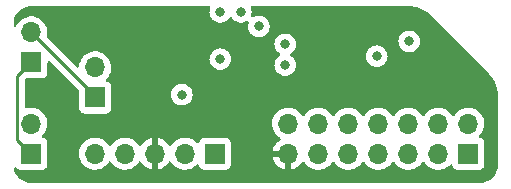
<source format=gbr>
%TF.GenerationSoftware,KiCad,Pcbnew,(6.0.7)*%
%TF.CreationDate,2023-01-15T17:04:05+01:00*%
%TF.ProjectId,I_CAN_has_carrot,495f4341-4e5f-4686-9173-5f636172726f,rev?*%
%TF.SameCoordinates,Original*%
%TF.FileFunction,Copper,L4,Bot*%
%TF.FilePolarity,Positive*%
%FSLAX46Y46*%
G04 Gerber Fmt 4.6, Leading zero omitted, Abs format (unit mm)*
G04 Created by KiCad (PCBNEW (6.0.7)) date 2023-01-15 17:04:05*
%MOMM*%
%LPD*%
G01*
G04 APERTURE LIST*
%TA.AperFunction,ComponentPad*%
%ADD10R,1.700000X1.700000*%
%TD*%
%TA.AperFunction,ComponentPad*%
%ADD11O,1.700000X1.700000*%
%TD*%
%TA.AperFunction,ViaPad*%
%ADD12C,0.800000*%
%TD*%
%TA.AperFunction,Conductor*%
%ADD13C,0.250000*%
%TD*%
G04 APERTURE END LIST*
D10*
%TO.P,J4,1,Pin_1*%
%TO.N,/CANTX*%
X117560000Y-63000000D03*
D11*
%TO.P,J4,2,Pin_2*%
%TO.N,/CANRX*%
X115020000Y-63000000D03*
%TO.P,J4,3,Pin_3*%
%TO.N,GND*%
X112480000Y-63000000D03*
%TO.P,J4,4,Pin_4*%
%TO.N,+5V*%
X109940000Y-63000000D03*
%TO.P,J4,5,Pin_5*%
X107400000Y-63000000D03*
%TD*%
D10*
%TO.P,J2,1,Pin_1*%
%TO.N,/CANTX*%
X139000000Y-63000000D03*
D11*
%TO.P,J2,2,Pin_2*%
%TO.N,/CANRX*%
X139000000Y-60460000D03*
%TO.P,J2,3,Pin_3*%
%TO.N,unconnected-(J2-Pad3)*%
X136460000Y-63000000D03*
%TO.P,J2,4,Pin_4*%
%TO.N,unconnected-(J2-Pad4)*%
X136460000Y-60460000D03*
%TO.P,J2,5,Pin_5*%
%TO.N,unconnected-(J2-Pad5)*%
X133920000Y-63000000D03*
%TO.P,J2,6,Pin_6*%
%TO.N,unconnected-(J2-Pad6)*%
X133920000Y-60460000D03*
%TO.P,J2,7,Pin_7*%
%TO.N,unconnected-(J2-Pad7)*%
X131380000Y-63000000D03*
%TO.P,J2,8,Pin_8*%
%TO.N,unconnected-(J2-Pad8)*%
X131380000Y-60460000D03*
%TO.P,J2,9,Pin_9*%
%TO.N,unconnected-(J2-Pad9)*%
X128840000Y-63000000D03*
%TO.P,J2,10,Pin_10*%
%TO.N,unconnected-(J2-Pad10)*%
X128840000Y-60460000D03*
%TO.P,J2,11,Pin_11*%
%TO.N,unconnected-(J2-Pad11)*%
X126300000Y-63000000D03*
%TO.P,J2,12,Pin_12*%
%TO.N,unconnected-(J2-Pad12)*%
X126300000Y-60460000D03*
%TO.P,J2,13,Pin_13*%
%TO.N,GND*%
X123760000Y-63000000D03*
%TO.P,J2,14,Pin_14*%
%TO.N,+5V*%
X123760000Y-60460000D03*
%TD*%
D10*
%TO.P,J1,1,Pin_1*%
%TO.N,/CANL*%
X107410000Y-58250000D03*
D11*
%TO.P,J1,2,Pin_2*%
%TO.N,Net-(J1-Pad2)*%
X107410000Y-55710000D03*
%TD*%
D10*
%TO.P,J3,1,Pin_1*%
%TO.N,/CANH*%
X102000000Y-63000000D03*
D11*
%TO.P,J3,2,Pin_2*%
%TO.N,/CANL*%
X102000000Y-60460000D03*
%TD*%
D10*
%TO.P,J5,1,Pin_1*%
%TO.N,/CANH*%
X102000000Y-55275000D03*
D11*
%TO.P,J5,2,Pin_2*%
%TO.N,/CANL*%
X102000000Y-52735000D03*
%TD*%
D12*
%TO.N,+5V*%
X118000000Y-55000000D03*
X114750000Y-58000000D03*
X134000000Y-53500000D03*
%TO.N,GND*%
X120750000Y-57000000D03*
X131500000Y-57000000D03*
X132750000Y-56250000D03*
X119500000Y-55000000D03*
X112250000Y-52500000D03*
%TO.N,+3.3V*%
X131250000Y-54750000D03*
X121275000Y-52225000D03*
X118000000Y-51000000D03*
X123500000Y-53750000D03*
X119750000Y-51000000D03*
X123500000Y-55500000D03*
%TD*%
D13*
%TO.N,/CANL*%
X107410000Y-58145000D02*
X107410000Y-58250000D01*
X102000000Y-52735000D02*
X107410000Y-58145000D01*
%TO.N,/CANH*%
X100825000Y-56450000D02*
X102000000Y-55275000D01*
X102000000Y-63000000D02*
X100825000Y-61825000D01*
X100825000Y-61825000D02*
X100825000Y-56450000D01*
%TD*%
%TA.AperFunction,Conductor*%
%TO.N,GND*%
G36*
X117099142Y-50528502D02*
G01*
X117145635Y-50582158D01*
X117155739Y-50652432D01*
X117150854Y-50673436D01*
X117106458Y-50810072D01*
X117105768Y-50816633D01*
X117105768Y-50816635D01*
X117098017Y-50890387D01*
X117086496Y-51000000D01*
X117106458Y-51189928D01*
X117165473Y-51371556D01*
X117168776Y-51377278D01*
X117168777Y-51377279D01*
X117198075Y-51428025D01*
X117260960Y-51536944D01*
X117265378Y-51541851D01*
X117265379Y-51541852D01*
X117317374Y-51599598D01*
X117388747Y-51678866D01*
X117439355Y-51715635D01*
X117526469Y-51778927D01*
X117543248Y-51791118D01*
X117549276Y-51793802D01*
X117549278Y-51793803D01*
X117711681Y-51866109D01*
X117717712Y-51868794D01*
X117811112Y-51888647D01*
X117898056Y-51907128D01*
X117898061Y-51907128D01*
X117904513Y-51908500D01*
X118095487Y-51908500D01*
X118101939Y-51907128D01*
X118101944Y-51907128D01*
X118188888Y-51888647D01*
X118282288Y-51868794D01*
X118288319Y-51866109D01*
X118450722Y-51793803D01*
X118450724Y-51793802D01*
X118456752Y-51791118D01*
X118473532Y-51778927D01*
X118560645Y-51715635D01*
X118611253Y-51678866D01*
X118682626Y-51599598D01*
X118734621Y-51541852D01*
X118734622Y-51541851D01*
X118739040Y-51536944D01*
X118765881Y-51490454D01*
X118817263Y-51441461D01*
X118886977Y-51428025D01*
X118952888Y-51454411D01*
X118984119Y-51490454D01*
X119010960Y-51536944D01*
X119015378Y-51541851D01*
X119015379Y-51541852D01*
X119067374Y-51599598D01*
X119138747Y-51678866D01*
X119189355Y-51715635D01*
X119276469Y-51778927D01*
X119293248Y-51791118D01*
X119299276Y-51793802D01*
X119299278Y-51793803D01*
X119461681Y-51866109D01*
X119467712Y-51868794D01*
X119561112Y-51888647D01*
X119648056Y-51907128D01*
X119648061Y-51907128D01*
X119654513Y-51908500D01*
X119845487Y-51908500D01*
X119851939Y-51907128D01*
X119851944Y-51907128D01*
X119938888Y-51888647D01*
X120032288Y-51868794D01*
X120038319Y-51866109D01*
X120200722Y-51793803D01*
X120200724Y-51793802D01*
X120206752Y-51791118D01*
X120225477Y-51777513D01*
X120292342Y-51753654D01*
X120361494Y-51769732D01*
X120410976Y-51820645D01*
X120425077Y-51890227D01*
X120419372Y-51918384D01*
X120405145Y-51962172D01*
X120381458Y-52035072D01*
X120380768Y-52041633D01*
X120380768Y-52041635D01*
X120375097Y-52095590D01*
X120361496Y-52225000D01*
X120362186Y-52231565D01*
X120366932Y-52276716D01*
X120381458Y-52414928D01*
X120440473Y-52596556D01*
X120535960Y-52761944D01*
X120540378Y-52766851D01*
X120540379Y-52766852D01*
X120643344Y-52881206D01*
X120663747Y-52903866D01*
X120818248Y-53016118D01*
X120824276Y-53018802D01*
X120824278Y-53018803D01*
X120986681Y-53091109D01*
X120992712Y-53093794D01*
X121086112Y-53113647D01*
X121173056Y-53132128D01*
X121173061Y-53132128D01*
X121179513Y-53133500D01*
X121370487Y-53133500D01*
X121376939Y-53132128D01*
X121376944Y-53132128D01*
X121463887Y-53113647D01*
X121557288Y-53093794D01*
X121563319Y-53091109D01*
X121725722Y-53018803D01*
X121725724Y-53018802D01*
X121731752Y-53016118D01*
X121886253Y-52903866D01*
X121906656Y-52881206D01*
X122009621Y-52766852D01*
X122009622Y-52766851D01*
X122014040Y-52761944D01*
X122109527Y-52596556D01*
X122168542Y-52414928D01*
X122183069Y-52276716D01*
X122187814Y-52231565D01*
X122188504Y-52225000D01*
X122174903Y-52095590D01*
X122169232Y-52041635D01*
X122169232Y-52041633D01*
X122168542Y-52035072D01*
X122109527Y-51853444D01*
X122090591Y-51820645D01*
X122071302Y-51787237D01*
X122014040Y-51688056D01*
X122001344Y-51673955D01*
X121890675Y-51551045D01*
X121890674Y-51551044D01*
X121886253Y-51546134D01*
X121731752Y-51433882D01*
X121725724Y-51431198D01*
X121725722Y-51431197D01*
X121563319Y-51358891D01*
X121563318Y-51358891D01*
X121557288Y-51356206D01*
X121456454Y-51334773D01*
X121376944Y-51317872D01*
X121376939Y-51317872D01*
X121370487Y-51316500D01*
X121179513Y-51316500D01*
X121173061Y-51317872D01*
X121173056Y-51317872D01*
X121093546Y-51334773D01*
X120992712Y-51356206D01*
X120986682Y-51358891D01*
X120986681Y-51358891D01*
X120824278Y-51431197D01*
X120824276Y-51431198D01*
X120818248Y-51433882D01*
X120799523Y-51447487D01*
X120732658Y-51471346D01*
X120663506Y-51455268D01*
X120614024Y-51404355D01*
X120599923Y-51334773D01*
X120605628Y-51306616D01*
X120641502Y-51196206D01*
X120643542Y-51189928D01*
X120663504Y-51000000D01*
X120651983Y-50890387D01*
X120644232Y-50816635D01*
X120644232Y-50816633D01*
X120643542Y-50810072D01*
X120599146Y-50673436D01*
X120597118Y-50602469D01*
X120633781Y-50541671D01*
X120697493Y-50510345D01*
X120718979Y-50508500D01*
X133950633Y-50508500D01*
X133970018Y-50510000D01*
X133984851Y-50512310D01*
X133984855Y-50512310D01*
X133993724Y-50513691D01*
X134011720Y-50511338D01*
X134035116Y-50510472D01*
X134271898Y-50523769D01*
X134285930Y-50525350D01*
X134416685Y-50547567D01*
X134547435Y-50569782D01*
X134561210Y-50572926D01*
X134639356Y-50595439D01*
X134816100Y-50646359D01*
X134829421Y-50651020D01*
X135074488Y-50752530D01*
X135087211Y-50758657D01*
X135168880Y-50803794D01*
X135319362Y-50886963D01*
X135331325Y-50894480D01*
X135547655Y-51047974D01*
X135558702Y-51056784D01*
X135730081Y-51209937D01*
X135747862Y-51229558D01*
X135748350Y-51230226D01*
X135748353Y-51230229D01*
X135753648Y-51237477D01*
X135760765Y-51242948D01*
X135760769Y-51242952D01*
X135778894Y-51256885D01*
X135791198Y-51267685D01*
X140726848Y-56203336D01*
X140739491Y-56218098D01*
X140753648Y-56237477D01*
X140760765Y-56242948D01*
X140760767Y-56242950D01*
X140768039Y-56248540D01*
X140785193Y-56264471D01*
X140943222Y-56441305D01*
X140952020Y-56452337D01*
X141105525Y-56668682D01*
X141113032Y-56680631D01*
X141237015Y-56904960D01*
X141241340Y-56912785D01*
X141247469Y-56925512D01*
X141348979Y-57170579D01*
X141353640Y-57183900D01*
X141361956Y-57212763D01*
X141427073Y-57438790D01*
X141430217Y-57452565D01*
X141469269Y-57682404D01*
X141474648Y-57714065D01*
X141476230Y-57728102D01*
X141481202Y-57816635D01*
X141489118Y-57957599D01*
X141487815Y-57984050D01*
X141486309Y-57993724D01*
X141487473Y-58002626D01*
X141487473Y-58002628D01*
X141490436Y-58025283D01*
X141491500Y-58041621D01*
X141491500Y-63950633D01*
X141490000Y-63970018D01*
X141487690Y-63984851D01*
X141487690Y-63984855D01*
X141486309Y-63993724D01*
X141488304Y-64008976D01*
X141489047Y-64034302D01*
X141479493Y-64167892D01*
X141476962Y-64203279D01*
X141474404Y-64221064D01*
X141433001Y-64411392D01*
X141427937Y-64428641D01*
X141359864Y-64611150D01*
X141352396Y-64627502D01*
X141259048Y-64798458D01*
X141249328Y-64813582D01*
X141132598Y-64969514D01*
X141120825Y-64983100D01*
X140983100Y-65120825D01*
X140969514Y-65132598D01*
X140813582Y-65249328D01*
X140798458Y-65259048D01*
X140627502Y-65352396D01*
X140611150Y-65359864D01*
X140428641Y-65427937D01*
X140411393Y-65433001D01*
X140221064Y-65474404D01*
X140203285Y-65476961D01*
X140041395Y-65488540D01*
X140023435Y-65487793D01*
X140015155Y-65487692D01*
X140006276Y-65486309D01*
X139974714Y-65490436D01*
X139958379Y-65491500D01*
X102049367Y-65491500D01*
X102029982Y-65490000D01*
X102015149Y-65487690D01*
X102015145Y-65487690D01*
X102006276Y-65486309D01*
X101991019Y-65488304D01*
X101965698Y-65489047D01*
X101796715Y-65476961D01*
X101778936Y-65474404D01*
X101588607Y-65433001D01*
X101571359Y-65427937D01*
X101388850Y-65359864D01*
X101372498Y-65352396D01*
X101201542Y-65259048D01*
X101186418Y-65249328D01*
X101030486Y-65132598D01*
X101016900Y-65120825D01*
X100879175Y-64983100D01*
X100867402Y-64969514D01*
X100750672Y-64813582D01*
X100740952Y-64798458D01*
X100647604Y-64627502D01*
X100640136Y-64611150D01*
X100572063Y-64428641D01*
X100566999Y-64411392D01*
X100539361Y-64284343D01*
X100544425Y-64213529D01*
X100586972Y-64156693D01*
X100653492Y-64131882D01*
X100722866Y-64146973D01*
X100763307Y-64181996D01*
X100786739Y-64213261D01*
X100903295Y-64300615D01*
X101039684Y-64351745D01*
X101101866Y-64358500D01*
X102898134Y-64358500D01*
X102960316Y-64351745D01*
X103096705Y-64300615D01*
X103213261Y-64213261D01*
X103300615Y-64096705D01*
X103351745Y-63960316D01*
X103358500Y-63898134D01*
X103358500Y-62966695D01*
X106037251Y-62966695D01*
X106050110Y-63189715D01*
X106051247Y-63194761D01*
X106051248Y-63194767D01*
X106065493Y-63257973D01*
X106099222Y-63407639D01*
X106183266Y-63614616D01*
X106220685Y-63675678D01*
X106297291Y-63800688D01*
X106299987Y-63805088D01*
X106446250Y-63973938D01*
X106618126Y-64116632D01*
X106811000Y-64229338D01*
X107019692Y-64309030D01*
X107024760Y-64310061D01*
X107024763Y-64310062D01*
X107119862Y-64329410D01*
X107238597Y-64353567D01*
X107243772Y-64353757D01*
X107243774Y-64353757D01*
X107456673Y-64361564D01*
X107456677Y-64361564D01*
X107461837Y-64361753D01*
X107466957Y-64361097D01*
X107466959Y-64361097D01*
X107678288Y-64334025D01*
X107678289Y-64334025D01*
X107683416Y-64333368D01*
X107688366Y-64331883D01*
X107892429Y-64270661D01*
X107892434Y-64270659D01*
X107897384Y-64269174D01*
X108097994Y-64170896D01*
X108279860Y-64041173D01*
X108438096Y-63883489D01*
X108497594Y-63800689D01*
X108568453Y-63702077D01*
X108569776Y-63703028D01*
X108616645Y-63659857D01*
X108686580Y-63647625D01*
X108752026Y-63675144D01*
X108779875Y-63706994D01*
X108839987Y-63805088D01*
X108986250Y-63973938D01*
X109158126Y-64116632D01*
X109351000Y-64229338D01*
X109559692Y-64309030D01*
X109564760Y-64310061D01*
X109564763Y-64310062D01*
X109659862Y-64329410D01*
X109778597Y-64353567D01*
X109783772Y-64353757D01*
X109783774Y-64353757D01*
X109996673Y-64361564D01*
X109996677Y-64361564D01*
X110001837Y-64361753D01*
X110006957Y-64361097D01*
X110006959Y-64361097D01*
X110218288Y-64334025D01*
X110218289Y-64334025D01*
X110223416Y-64333368D01*
X110228366Y-64331883D01*
X110432429Y-64270661D01*
X110432434Y-64270659D01*
X110437384Y-64269174D01*
X110637994Y-64170896D01*
X110819860Y-64041173D01*
X110978096Y-63883489D01*
X111037594Y-63800689D01*
X111108453Y-63702077D01*
X111109640Y-63702930D01*
X111156960Y-63659362D01*
X111226897Y-63647145D01*
X111292338Y-63674678D01*
X111320166Y-63706511D01*
X111377694Y-63800388D01*
X111383777Y-63808699D01*
X111523213Y-63969667D01*
X111530580Y-63976883D01*
X111694434Y-64112916D01*
X111702881Y-64118831D01*
X111886756Y-64226279D01*
X111896042Y-64230729D01*
X112095001Y-64306703D01*
X112104899Y-64309579D01*
X112208250Y-64330606D01*
X112222299Y-64329410D01*
X112226000Y-64319065D01*
X112226000Y-64318517D01*
X112734000Y-64318517D01*
X112738064Y-64332359D01*
X112751478Y-64334393D01*
X112758184Y-64333534D01*
X112768262Y-64331392D01*
X112972255Y-64270191D01*
X112981842Y-64266433D01*
X113173095Y-64172739D01*
X113181945Y-64167464D01*
X113355328Y-64043792D01*
X113363200Y-64037139D01*
X113514052Y-63886812D01*
X113520730Y-63878965D01*
X113648022Y-63701819D01*
X113649279Y-63702722D01*
X113696373Y-63659362D01*
X113766311Y-63647145D01*
X113831751Y-63674678D01*
X113859579Y-63706511D01*
X113919987Y-63805088D01*
X114066250Y-63973938D01*
X114238126Y-64116632D01*
X114431000Y-64229338D01*
X114639692Y-64309030D01*
X114644760Y-64310061D01*
X114644763Y-64310062D01*
X114739862Y-64329410D01*
X114858597Y-64353567D01*
X114863772Y-64353757D01*
X114863774Y-64353757D01*
X115076673Y-64361564D01*
X115076677Y-64361564D01*
X115081837Y-64361753D01*
X115086957Y-64361097D01*
X115086959Y-64361097D01*
X115298288Y-64334025D01*
X115298289Y-64334025D01*
X115303416Y-64333368D01*
X115308366Y-64331883D01*
X115512429Y-64270661D01*
X115512434Y-64270659D01*
X115517384Y-64269174D01*
X115717994Y-64170896D01*
X115899860Y-64041173D01*
X116008091Y-63933319D01*
X116070462Y-63899404D01*
X116141268Y-63904592D01*
X116198030Y-63947238D01*
X116215012Y-63978341D01*
X116235992Y-64034305D01*
X116259385Y-64096705D01*
X116346739Y-64213261D01*
X116463295Y-64300615D01*
X116599684Y-64351745D01*
X116661866Y-64358500D01*
X118458134Y-64358500D01*
X118520316Y-64351745D01*
X118656705Y-64300615D01*
X118773261Y-64213261D01*
X118860615Y-64096705D01*
X118911745Y-63960316D01*
X118918500Y-63898134D01*
X118918500Y-63267966D01*
X122428257Y-63267966D01*
X122458565Y-63402446D01*
X122461645Y-63412275D01*
X122541770Y-63609603D01*
X122546413Y-63618794D01*
X122657694Y-63800388D01*
X122663777Y-63808699D01*
X122803213Y-63969667D01*
X122810580Y-63976883D01*
X122974434Y-64112916D01*
X122982881Y-64118831D01*
X123166756Y-64226279D01*
X123176042Y-64230729D01*
X123375001Y-64306703D01*
X123384899Y-64309579D01*
X123488250Y-64330606D01*
X123502299Y-64329410D01*
X123506000Y-64319065D01*
X123506000Y-63272115D01*
X123501525Y-63256876D01*
X123500135Y-63255671D01*
X123492452Y-63254000D01*
X122443225Y-63254000D01*
X122429694Y-63257973D01*
X122428257Y-63267966D01*
X118918500Y-63267966D01*
X118918500Y-62101866D01*
X118911745Y-62039684D01*
X118860615Y-61903295D01*
X118773261Y-61786739D01*
X118656705Y-61699385D01*
X118520316Y-61648255D01*
X118458134Y-61641500D01*
X116661866Y-61641500D01*
X116599684Y-61648255D01*
X116463295Y-61699385D01*
X116346739Y-61786739D01*
X116259385Y-61903295D01*
X116256233Y-61911703D01*
X116214919Y-62021907D01*
X116172277Y-62078671D01*
X116105716Y-62103371D01*
X116036367Y-62088163D01*
X116003743Y-62062476D01*
X115953151Y-62006875D01*
X115953142Y-62006866D01*
X115949670Y-62003051D01*
X115945619Y-61999852D01*
X115945615Y-61999848D01*
X115778414Y-61867800D01*
X115778410Y-61867798D01*
X115774359Y-61864598D01*
X115738028Y-61844542D01*
X115669420Y-61806669D01*
X115578789Y-61756638D01*
X115573920Y-61754914D01*
X115573916Y-61754912D01*
X115373087Y-61683795D01*
X115373083Y-61683794D01*
X115368212Y-61682069D01*
X115363119Y-61681162D01*
X115363116Y-61681161D01*
X115153373Y-61643800D01*
X115153367Y-61643799D01*
X115148284Y-61642894D01*
X115074452Y-61641992D01*
X114930081Y-61640228D01*
X114930079Y-61640228D01*
X114924911Y-61640165D01*
X114704091Y-61673955D01*
X114491756Y-61743357D01*
X114442439Y-61769030D01*
X114305479Y-61840327D01*
X114293607Y-61846507D01*
X114289474Y-61849610D01*
X114289471Y-61849612D01*
X114119100Y-61977530D01*
X114114965Y-61980635D01*
X114089541Y-62007240D01*
X114021280Y-62078671D01*
X113960629Y-62142138D01*
X113957720Y-62146403D01*
X113957714Y-62146411D01*
X113945404Y-62164457D01*
X113853204Y-62299618D01*
X113852898Y-62300066D01*
X113797987Y-62345069D01*
X113727462Y-62353240D01*
X113663715Y-62321986D01*
X113643018Y-62297502D01*
X113562426Y-62172926D01*
X113556136Y-62164757D01*
X113412806Y-62007240D01*
X113405273Y-62000215D01*
X113238139Y-61868222D01*
X113229552Y-61862517D01*
X113043117Y-61759599D01*
X113033705Y-61755369D01*
X112832959Y-61684280D01*
X112822988Y-61681646D01*
X112751837Y-61668972D01*
X112738540Y-61670432D01*
X112734000Y-61684989D01*
X112734000Y-64318517D01*
X112226000Y-64318517D01*
X112226000Y-61683102D01*
X112222082Y-61669758D01*
X112207806Y-61667771D01*
X112169324Y-61673660D01*
X112159288Y-61676051D01*
X111956868Y-61742212D01*
X111947359Y-61746209D01*
X111758463Y-61844542D01*
X111749738Y-61850036D01*
X111579433Y-61977905D01*
X111571726Y-61984748D01*
X111424590Y-62138717D01*
X111418109Y-62146722D01*
X111313498Y-62300074D01*
X111258587Y-62345076D01*
X111188062Y-62353247D01*
X111124315Y-62321993D01*
X111103618Y-62297509D01*
X111022822Y-62172617D01*
X111022820Y-62172614D01*
X111020014Y-62168277D01*
X110869670Y-62003051D01*
X110865619Y-61999852D01*
X110865615Y-61999848D01*
X110698414Y-61867800D01*
X110698410Y-61867798D01*
X110694359Y-61864598D01*
X110658028Y-61844542D01*
X110589420Y-61806669D01*
X110498789Y-61756638D01*
X110493920Y-61754914D01*
X110493916Y-61754912D01*
X110293087Y-61683795D01*
X110293083Y-61683794D01*
X110288212Y-61682069D01*
X110283119Y-61681162D01*
X110283116Y-61681161D01*
X110073373Y-61643800D01*
X110073367Y-61643799D01*
X110068284Y-61642894D01*
X109994452Y-61641992D01*
X109850081Y-61640228D01*
X109850079Y-61640228D01*
X109844911Y-61640165D01*
X109624091Y-61673955D01*
X109411756Y-61743357D01*
X109362439Y-61769030D01*
X109225479Y-61840327D01*
X109213607Y-61846507D01*
X109209474Y-61849610D01*
X109209471Y-61849612D01*
X109039100Y-61977530D01*
X109034965Y-61980635D01*
X109009541Y-62007240D01*
X108941280Y-62078671D01*
X108880629Y-62142138D01*
X108773201Y-62299621D01*
X108718293Y-62344621D01*
X108647768Y-62352792D01*
X108584021Y-62321538D01*
X108563324Y-62297054D01*
X108482822Y-62172617D01*
X108482820Y-62172614D01*
X108480014Y-62168277D01*
X108329670Y-62003051D01*
X108325619Y-61999852D01*
X108325615Y-61999848D01*
X108158414Y-61867800D01*
X108158410Y-61867798D01*
X108154359Y-61864598D01*
X108118028Y-61844542D01*
X108049420Y-61806669D01*
X107958789Y-61756638D01*
X107953920Y-61754914D01*
X107953916Y-61754912D01*
X107753087Y-61683795D01*
X107753083Y-61683794D01*
X107748212Y-61682069D01*
X107743119Y-61681162D01*
X107743116Y-61681161D01*
X107533373Y-61643800D01*
X107533367Y-61643799D01*
X107528284Y-61642894D01*
X107454452Y-61641992D01*
X107310081Y-61640228D01*
X107310079Y-61640228D01*
X107304911Y-61640165D01*
X107084091Y-61673955D01*
X106871756Y-61743357D01*
X106822439Y-61769030D01*
X106685479Y-61840327D01*
X106673607Y-61846507D01*
X106669474Y-61849610D01*
X106669471Y-61849612D01*
X106499100Y-61977530D01*
X106494965Y-61980635D01*
X106469541Y-62007240D01*
X106401280Y-62078671D01*
X106340629Y-62142138D01*
X106337720Y-62146403D01*
X106337714Y-62146411D01*
X106325404Y-62164457D01*
X106214743Y-62326680D01*
X106120688Y-62529305D01*
X106060989Y-62744570D01*
X106037251Y-62966695D01*
X103358500Y-62966695D01*
X103358500Y-62101866D01*
X103351745Y-62039684D01*
X103300615Y-61903295D01*
X103213261Y-61786739D01*
X103096705Y-61699385D01*
X103058304Y-61684989D01*
X102978203Y-61654960D01*
X102921439Y-61612318D01*
X102896739Y-61545756D01*
X102911947Y-61476408D01*
X102933493Y-61447727D01*
X103034435Y-61347137D01*
X103038096Y-61343489D01*
X103097594Y-61260689D01*
X103165435Y-61166277D01*
X103168453Y-61162077D01*
X103189320Y-61119857D01*
X103265136Y-60966453D01*
X103265137Y-60966451D01*
X103267430Y-60961811D01*
X103332370Y-60748069D01*
X103361529Y-60526590D01*
X103363156Y-60460000D01*
X103360418Y-60426695D01*
X122397251Y-60426695D01*
X122397548Y-60431848D01*
X122397548Y-60431851D01*
X122403011Y-60526590D01*
X122410110Y-60649715D01*
X122411247Y-60654761D01*
X122411248Y-60654767D01*
X122431119Y-60742939D01*
X122459222Y-60867639D01*
X122543266Y-61074616D01*
X122594019Y-61157438D01*
X122657291Y-61260688D01*
X122659987Y-61265088D01*
X122806250Y-61433938D01*
X122978126Y-61576632D01*
X123039196Y-61612318D01*
X123051955Y-61619774D01*
X123100679Y-61671412D01*
X123113750Y-61741195D01*
X123087019Y-61806967D01*
X123046562Y-61840327D01*
X123038457Y-61844546D01*
X123029738Y-61850036D01*
X122859433Y-61977905D01*
X122851726Y-61984748D01*
X122704590Y-62138717D01*
X122698104Y-62146727D01*
X122578098Y-62322649D01*
X122573000Y-62331623D01*
X122483338Y-62524783D01*
X122479775Y-62534470D01*
X122424389Y-62734183D01*
X122425912Y-62742607D01*
X122438292Y-62746000D01*
X123888000Y-62746000D01*
X123956121Y-62766002D01*
X124002614Y-62819658D01*
X124014000Y-62872000D01*
X124014000Y-64318517D01*
X124018064Y-64332359D01*
X124031478Y-64334393D01*
X124038184Y-64333534D01*
X124048262Y-64331392D01*
X124252255Y-64270191D01*
X124261842Y-64266433D01*
X124453095Y-64172739D01*
X124461945Y-64167464D01*
X124635328Y-64043792D01*
X124643200Y-64037139D01*
X124794052Y-63886812D01*
X124800730Y-63878965D01*
X124928022Y-63701819D01*
X124929279Y-63702722D01*
X124976373Y-63659362D01*
X125046311Y-63647145D01*
X125111751Y-63674678D01*
X125139579Y-63706511D01*
X125199987Y-63805088D01*
X125346250Y-63973938D01*
X125518126Y-64116632D01*
X125711000Y-64229338D01*
X125919692Y-64309030D01*
X125924760Y-64310061D01*
X125924763Y-64310062D01*
X126019862Y-64329410D01*
X126138597Y-64353567D01*
X126143772Y-64353757D01*
X126143774Y-64353757D01*
X126356673Y-64361564D01*
X126356677Y-64361564D01*
X126361837Y-64361753D01*
X126366957Y-64361097D01*
X126366959Y-64361097D01*
X126578288Y-64334025D01*
X126578289Y-64334025D01*
X126583416Y-64333368D01*
X126588366Y-64331883D01*
X126792429Y-64270661D01*
X126792434Y-64270659D01*
X126797384Y-64269174D01*
X126997994Y-64170896D01*
X127179860Y-64041173D01*
X127338096Y-63883489D01*
X127397594Y-63800689D01*
X127468453Y-63702077D01*
X127469776Y-63703028D01*
X127516645Y-63659857D01*
X127586580Y-63647625D01*
X127652026Y-63675144D01*
X127679875Y-63706994D01*
X127739987Y-63805088D01*
X127886250Y-63973938D01*
X128058126Y-64116632D01*
X128251000Y-64229338D01*
X128459692Y-64309030D01*
X128464760Y-64310061D01*
X128464763Y-64310062D01*
X128559862Y-64329410D01*
X128678597Y-64353567D01*
X128683772Y-64353757D01*
X128683774Y-64353757D01*
X128896673Y-64361564D01*
X128896677Y-64361564D01*
X128901837Y-64361753D01*
X128906957Y-64361097D01*
X128906959Y-64361097D01*
X129118288Y-64334025D01*
X129118289Y-64334025D01*
X129123416Y-64333368D01*
X129128366Y-64331883D01*
X129332429Y-64270661D01*
X129332434Y-64270659D01*
X129337384Y-64269174D01*
X129537994Y-64170896D01*
X129719860Y-64041173D01*
X129878096Y-63883489D01*
X129937594Y-63800689D01*
X130008453Y-63702077D01*
X130009776Y-63703028D01*
X130056645Y-63659857D01*
X130126580Y-63647625D01*
X130192026Y-63675144D01*
X130219875Y-63706994D01*
X130279987Y-63805088D01*
X130426250Y-63973938D01*
X130598126Y-64116632D01*
X130791000Y-64229338D01*
X130999692Y-64309030D01*
X131004760Y-64310061D01*
X131004763Y-64310062D01*
X131099862Y-64329410D01*
X131218597Y-64353567D01*
X131223772Y-64353757D01*
X131223774Y-64353757D01*
X131436673Y-64361564D01*
X131436677Y-64361564D01*
X131441837Y-64361753D01*
X131446957Y-64361097D01*
X131446959Y-64361097D01*
X131658288Y-64334025D01*
X131658289Y-64334025D01*
X131663416Y-64333368D01*
X131668366Y-64331883D01*
X131872429Y-64270661D01*
X131872434Y-64270659D01*
X131877384Y-64269174D01*
X132077994Y-64170896D01*
X132259860Y-64041173D01*
X132418096Y-63883489D01*
X132477594Y-63800689D01*
X132548453Y-63702077D01*
X132549776Y-63703028D01*
X132596645Y-63659857D01*
X132666580Y-63647625D01*
X132732026Y-63675144D01*
X132759875Y-63706994D01*
X132819987Y-63805088D01*
X132966250Y-63973938D01*
X133138126Y-64116632D01*
X133331000Y-64229338D01*
X133539692Y-64309030D01*
X133544760Y-64310061D01*
X133544763Y-64310062D01*
X133639862Y-64329410D01*
X133758597Y-64353567D01*
X133763772Y-64353757D01*
X133763774Y-64353757D01*
X133976673Y-64361564D01*
X133976677Y-64361564D01*
X133981837Y-64361753D01*
X133986957Y-64361097D01*
X133986959Y-64361097D01*
X134198288Y-64334025D01*
X134198289Y-64334025D01*
X134203416Y-64333368D01*
X134208366Y-64331883D01*
X134412429Y-64270661D01*
X134412434Y-64270659D01*
X134417384Y-64269174D01*
X134617994Y-64170896D01*
X134799860Y-64041173D01*
X134958096Y-63883489D01*
X135017594Y-63800689D01*
X135088453Y-63702077D01*
X135089776Y-63703028D01*
X135136645Y-63659857D01*
X135206580Y-63647625D01*
X135272026Y-63675144D01*
X135299875Y-63706994D01*
X135359987Y-63805088D01*
X135506250Y-63973938D01*
X135678126Y-64116632D01*
X135871000Y-64229338D01*
X136079692Y-64309030D01*
X136084760Y-64310061D01*
X136084763Y-64310062D01*
X136179862Y-64329410D01*
X136298597Y-64353567D01*
X136303772Y-64353757D01*
X136303774Y-64353757D01*
X136516673Y-64361564D01*
X136516677Y-64361564D01*
X136521837Y-64361753D01*
X136526957Y-64361097D01*
X136526959Y-64361097D01*
X136738288Y-64334025D01*
X136738289Y-64334025D01*
X136743416Y-64333368D01*
X136748366Y-64331883D01*
X136952429Y-64270661D01*
X136952434Y-64270659D01*
X136957384Y-64269174D01*
X137157994Y-64170896D01*
X137339860Y-64041173D01*
X137448091Y-63933319D01*
X137510462Y-63899404D01*
X137581268Y-63904592D01*
X137638030Y-63947238D01*
X137655012Y-63978341D01*
X137675992Y-64034305D01*
X137699385Y-64096705D01*
X137786739Y-64213261D01*
X137903295Y-64300615D01*
X138039684Y-64351745D01*
X138101866Y-64358500D01*
X139898134Y-64358500D01*
X139960316Y-64351745D01*
X140096705Y-64300615D01*
X140213261Y-64213261D01*
X140300615Y-64096705D01*
X140351745Y-63960316D01*
X140358500Y-63898134D01*
X140358500Y-62101866D01*
X140351745Y-62039684D01*
X140300615Y-61903295D01*
X140213261Y-61786739D01*
X140096705Y-61699385D01*
X140058304Y-61684989D01*
X139978203Y-61654960D01*
X139921439Y-61612318D01*
X139896739Y-61545756D01*
X139911947Y-61476408D01*
X139933493Y-61447727D01*
X140034435Y-61347137D01*
X140038096Y-61343489D01*
X140097594Y-61260689D01*
X140165435Y-61166277D01*
X140168453Y-61162077D01*
X140189320Y-61119857D01*
X140265136Y-60966453D01*
X140265137Y-60966451D01*
X140267430Y-60961811D01*
X140332370Y-60748069D01*
X140361529Y-60526590D01*
X140363156Y-60460000D01*
X140344852Y-60237361D01*
X140290431Y-60020702D01*
X140201354Y-59815840D01*
X140080014Y-59628277D01*
X139929670Y-59463051D01*
X139925619Y-59459852D01*
X139925615Y-59459848D01*
X139758414Y-59327800D01*
X139758410Y-59327798D01*
X139754359Y-59324598D01*
X139558789Y-59216638D01*
X139553920Y-59214914D01*
X139553916Y-59214912D01*
X139353087Y-59143795D01*
X139353083Y-59143794D01*
X139348212Y-59142069D01*
X139343119Y-59141162D01*
X139343116Y-59141161D01*
X139133373Y-59103800D01*
X139133367Y-59103799D01*
X139128284Y-59102894D01*
X139054452Y-59101992D01*
X138910081Y-59100228D01*
X138910079Y-59100228D01*
X138904911Y-59100165D01*
X138684091Y-59133955D01*
X138471756Y-59203357D01*
X138273607Y-59306507D01*
X138269474Y-59309610D01*
X138269471Y-59309612D01*
X138220068Y-59346705D01*
X138094965Y-59440635D01*
X138076605Y-59459848D01*
X137989866Y-59550615D01*
X137940629Y-59602138D01*
X137833201Y-59759621D01*
X137778293Y-59804621D01*
X137707768Y-59812792D01*
X137644021Y-59781538D01*
X137623324Y-59757054D01*
X137542822Y-59632617D01*
X137542820Y-59632614D01*
X137540014Y-59628277D01*
X137389670Y-59463051D01*
X137385619Y-59459852D01*
X137385615Y-59459848D01*
X137218414Y-59327800D01*
X137218410Y-59327798D01*
X137214359Y-59324598D01*
X137018789Y-59216638D01*
X137013920Y-59214914D01*
X137013916Y-59214912D01*
X136813087Y-59143795D01*
X136813083Y-59143794D01*
X136808212Y-59142069D01*
X136803119Y-59141162D01*
X136803116Y-59141161D01*
X136593373Y-59103800D01*
X136593367Y-59103799D01*
X136588284Y-59102894D01*
X136514452Y-59101992D01*
X136370081Y-59100228D01*
X136370079Y-59100228D01*
X136364911Y-59100165D01*
X136144091Y-59133955D01*
X135931756Y-59203357D01*
X135733607Y-59306507D01*
X135729474Y-59309610D01*
X135729471Y-59309612D01*
X135680068Y-59346705D01*
X135554965Y-59440635D01*
X135536605Y-59459848D01*
X135449866Y-59550615D01*
X135400629Y-59602138D01*
X135293201Y-59759621D01*
X135238293Y-59804621D01*
X135167768Y-59812792D01*
X135104021Y-59781538D01*
X135083324Y-59757054D01*
X135002822Y-59632617D01*
X135002820Y-59632614D01*
X135000014Y-59628277D01*
X134849670Y-59463051D01*
X134845619Y-59459852D01*
X134845615Y-59459848D01*
X134678414Y-59327800D01*
X134678410Y-59327798D01*
X134674359Y-59324598D01*
X134478789Y-59216638D01*
X134473920Y-59214914D01*
X134473916Y-59214912D01*
X134273087Y-59143795D01*
X134273083Y-59143794D01*
X134268212Y-59142069D01*
X134263119Y-59141162D01*
X134263116Y-59141161D01*
X134053373Y-59103800D01*
X134053367Y-59103799D01*
X134048284Y-59102894D01*
X133974452Y-59101992D01*
X133830081Y-59100228D01*
X133830079Y-59100228D01*
X133824911Y-59100165D01*
X133604091Y-59133955D01*
X133391756Y-59203357D01*
X133193607Y-59306507D01*
X133189474Y-59309610D01*
X133189471Y-59309612D01*
X133140068Y-59346705D01*
X133014965Y-59440635D01*
X132996605Y-59459848D01*
X132909866Y-59550615D01*
X132860629Y-59602138D01*
X132753201Y-59759621D01*
X132698293Y-59804621D01*
X132627768Y-59812792D01*
X132564021Y-59781538D01*
X132543324Y-59757054D01*
X132462822Y-59632617D01*
X132462820Y-59632614D01*
X132460014Y-59628277D01*
X132309670Y-59463051D01*
X132305619Y-59459852D01*
X132305615Y-59459848D01*
X132138414Y-59327800D01*
X132138410Y-59327798D01*
X132134359Y-59324598D01*
X131938789Y-59216638D01*
X131933920Y-59214914D01*
X131933916Y-59214912D01*
X131733087Y-59143795D01*
X131733083Y-59143794D01*
X131728212Y-59142069D01*
X131723119Y-59141162D01*
X131723116Y-59141161D01*
X131513373Y-59103800D01*
X131513367Y-59103799D01*
X131508284Y-59102894D01*
X131434452Y-59101992D01*
X131290081Y-59100228D01*
X131290079Y-59100228D01*
X131284911Y-59100165D01*
X131064091Y-59133955D01*
X130851756Y-59203357D01*
X130653607Y-59306507D01*
X130649474Y-59309610D01*
X130649471Y-59309612D01*
X130600068Y-59346705D01*
X130474965Y-59440635D01*
X130456605Y-59459848D01*
X130369866Y-59550615D01*
X130320629Y-59602138D01*
X130213201Y-59759621D01*
X130158293Y-59804621D01*
X130087768Y-59812792D01*
X130024021Y-59781538D01*
X130003324Y-59757054D01*
X129922822Y-59632617D01*
X129922820Y-59632614D01*
X129920014Y-59628277D01*
X129769670Y-59463051D01*
X129765619Y-59459852D01*
X129765615Y-59459848D01*
X129598414Y-59327800D01*
X129598410Y-59327798D01*
X129594359Y-59324598D01*
X129398789Y-59216638D01*
X129393920Y-59214914D01*
X129393916Y-59214912D01*
X129193087Y-59143795D01*
X129193083Y-59143794D01*
X129188212Y-59142069D01*
X129183119Y-59141162D01*
X129183116Y-59141161D01*
X128973373Y-59103800D01*
X128973367Y-59103799D01*
X128968284Y-59102894D01*
X128894452Y-59101992D01*
X128750081Y-59100228D01*
X128750079Y-59100228D01*
X128744911Y-59100165D01*
X128524091Y-59133955D01*
X128311756Y-59203357D01*
X128113607Y-59306507D01*
X128109474Y-59309610D01*
X128109471Y-59309612D01*
X128060068Y-59346705D01*
X127934965Y-59440635D01*
X127916605Y-59459848D01*
X127829866Y-59550615D01*
X127780629Y-59602138D01*
X127673201Y-59759621D01*
X127618293Y-59804621D01*
X127547768Y-59812792D01*
X127484021Y-59781538D01*
X127463324Y-59757054D01*
X127382822Y-59632617D01*
X127382820Y-59632614D01*
X127380014Y-59628277D01*
X127229670Y-59463051D01*
X127225619Y-59459852D01*
X127225615Y-59459848D01*
X127058414Y-59327800D01*
X127058410Y-59327798D01*
X127054359Y-59324598D01*
X126858789Y-59216638D01*
X126853920Y-59214914D01*
X126853916Y-59214912D01*
X126653087Y-59143795D01*
X126653083Y-59143794D01*
X126648212Y-59142069D01*
X126643119Y-59141162D01*
X126643116Y-59141161D01*
X126433373Y-59103800D01*
X126433367Y-59103799D01*
X126428284Y-59102894D01*
X126354452Y-59101992D01*
X126210081Y-59100228D01*
X126210079Y-59100228D01*
X126204911Y-59100165D01*
X125984091Y-59133955D01*
X125771756Y-59203357D01*
X125573607Y-59306507D01*
X125569474Y-59309610D01*
X125569471Y-59309612D01*
X125520068Y-59346705D01*
X125394965Y-59440635D01*
X125376605Y-59459848D01*
X125289866Y-59550615D01*
X125240629Y-59602138D01*
X125133201Y-59759621D01*
X125078293Y-59804621D01*
X125007768Y-59812792D01*
X124944021Y-59781538D01*
X124923324Y-59757054D01*
X124842822Y-59632617D01*
X124842820Y-59632614D01*
X124840014Y-59628277D01*
X124689670Y-59463051D01*
X124685619Y-59459852D01*
X124685615Y-59459848D01*
X124518414Y-59327800D01*
X124518410Y-59327798D01*
X124514359Y-59324598D01*
X124318789Y-59216638D01*
X124313920Y-59214914D01*
X124313916Y-59214912D01*
X124113087Y-59143795D01*
X124113083Y-59143794D01*
X124108212Y-59142069D01*
X124103119Y-59141162D01*
X124103116Y-59141161D01*
X123893373Y-59103800D01*
X123893367Y-59103799D01*
X123888284Y-59102894D01*
X123814452Y-59101992D01*
X123670081Y-59100228D01*
X123670079Y-59100228D01*
X123664911Y-59100165D01*
X123444091Y-59133955D01*
X123231756Y-59203357D01*
X123033607Y-59306507D01*
X123029474Y-59309610D01*
X123029471Y-59309612D01*
X122980068Y-59346705D01*
X122854965Y-59440635D01*
X122836605Y-59459848D01*
X122749866Y-59550615D01*
X122700629Y-59602138D01*
X122574743Y-59786680D01*
X122480688Y-59989305D01*
X122420989Y-60204570D01*
X122397251Y-60426695D01*
X103360418Y-60426695D01*
X103344852Y-60237361D01*
X103290431Y-60020702D01*
X103201354Y-59815840D01*
X103080014Y-59628277D01*
X102929670Y-59463051D01*
X102925619Y-59459852D01*
X102925615Y-59459848D01*
X102758414Y-59327800D01*
X102758410Y-59327798D01*
X102754359Y-59324598D01*
X102558789Y-59216638D01*
X102553920Y-59214914D01*
X102553916Y-59214912D01*
X102353087Y-59143795D01*
X102353083Y-59143794D01*
X102348212Y-59142069D01*
X102343119Y-59141162D01*
X102343116Y-59141161D01*
X102133373Y-59103800D01*
X102133367Y-59103799D01*
X102128284Y-59102894D01*
X102054452Y-59101992D01*
X101910081Y-59100228D01*
X101910079Y-59100228D01*
X101904911Y-59100165D01*
X101684091Y-59133955D01*
X101623644Y-59153712D01*
X101552682Y-59155863D01*
X101491820Y-59119307D01*
X101460383Y-59055650D01*
X101458500Y-59033947D01*
X101458500Y-56764594D01*
X101478502Y-56696473D01*
X101495405Y-56675499D01*
X101500499Y-56670405D01*
X101562811Y-56636379D01*
X101589594Y-56633500D01*
X102898134Y-56633500D01*
X102960316Y-56626745D01*
X103096705Y-56575615D01*
X103213261Y-56488261D01*
X103300615Y-56371705D01*
X103351745Y-56235316D01*
X103358500Y-56173134D01*
X103358500Y-55293594D01*
X103378502Y-55225473D01*
X103432158Y-55178980D01*
X103502432Y-55168876D01*
X103567012Y-55198370D01*
X103573595Y-55204499D01*
X106014595Y-57645499D01*
X106048621Y-57707811D01*
X106051500Y-57734594D01*
X106051500Y-59148134D01*
X106058255Y-59210316D01*
X106109385Y-59346705D01*
X106196739Y-59463261D01*
X106313295Y-59550615D01*
X106449684Y-59601745D01*
X106511866Y-59608500D01*
X108308134Y-59608500D01*
X108370316Y-59601745D01*
X108506705Y-59550615D01*
X108623261Y-59463261D01*
X108710615Y-59346705D01*
X108761745Y-59210316D01*
X108768500Y-59148134D01*
X108768500Y-58000000D01*
X113836496Y-58000000D01*
X113856458Y-58189928D01*
X113915473Y-58371556D01*
X114010960Y-58536944D01*
X114138747Y-58678866D01*
X114293248Y-58791118D01*
X114299276Y-58793802D01*
X114299278Y-58793803D01*
X114461681Y-58866109D01*
X114467712Y-58868794D01*
X114561113Y-58888647D01*
X114648056Y-58907128D01*
X114648061Y-58907128D01*
X114654513Y-58908500D01*
X114845487Y-58908500D01*
X114851939Y-58907128D01*
X114851944Y-58907128D01*
X114938887Y-58888647D01*
X115032288Y-58868794D01*
X115038319Y-58866109D01*
X115200722Y-58793803D01*
X115200724Y-58793802D01*
X115206752Y-58791118D01*
X115361253Y-58678866D01*
X115489040Y-58536944D01*
X115584527Y-58371556D01*
X115643542Y-58189928D01*
X115663504Y-58000000D01*
X115643542Y-57810072D01*
X115584527Y-57628444D01*
X115489040Y-57463056D01*
X115361253Y-57321134D01*
X115206752Y-57208882D01*
X115200724Y-57206198D01*
X115200722Y-57206197D01*
X115038319Y-57133891D01*
X115038318Y-57133891D01*
X115032288Y-57131206D01*
X114938888Y-57111353D01*
X114851944Y-57092872D01*
X114851939Y-57092872D01*
X114845487Y-57091500D01*
X114654513Y-57091500D01*
X114648061Y-57092872D01*
X114648056Y-57092872D01*
X114561112Y-57111353D01*
X114467712Y-57131206D01*
X114461682Y-57133891D01*
X114461681Y-57133891D01*
X114299278Y-57206197D01*
X114299276Y-57206198D01*
X114293248Y-57208882D01*
X114138747Y-57321134D01*
X114010960Y-57463056D01*
X113915473Y-57628444D01*
X113856458Y-57810072D01*
X113836496Y-58000000D01*
X108768500Y-58000000D01*
X108768500Y-57351866D01*
X108761745Y-57289684D01*
X108710615Y-57153295D01*
X108623261Y-57036739D01*
X108506705Y-56949385D01*
X108443035Y-56925516D01*
X108388203Y-56904960D01*
X108331439Y-56862318D01*
X108306739Y-56795756D01*
X108321947Y-56726408D01*
X108343493Y-56697727D01*
X108365799Y-56675499D01*
X108448096Y-56593489D01*
X108578453Y-56412077D01*
X108594855Y-56378891D01*
X108675136Y-56216453D01*
X108675137Y-56216451D01*
X108677430Y-56211811D01*
X108709900Y-56104940D01*
X108740865Y-56003023D01*
X108740865Y-56003021D01*
X108742370Y-55998069D01*
X108771529Y-55776590D01*
X108773156Y-55710000D01*
X108754852Y-55487361D01*
X108700431Y-55270702D01*
X108611354Y-55065840D01*
X108568760Y-55000000D01*
X117086496Y-55000000D01*
X117106458Y-55189928D01*
X117165473Y-55371556D01*
X117260960Y-55536944D01*
X117388747Y-55678866D01*
X117543248Y-55791118D01*
X117549276Y-55793802D01*
X117549278Y-55793803D01*
X117709799Y-55865271D01*
X117717712Y-55868794D01*
X117811112Y-55888647D01*
X117898056Y-55907128D01*
X117898061Y-55907128D01*
X117904513Y-55908500D01*
X118095487Y-55908500D01*
X118101939Y-55907128D01*
X118101944Y-55907128D01*
X118188888Y-55888647D01*
X118282288Y-55868794D01*
X118290201Y-55865271D01*
X118450722Y-55793803D01*
X118450724Y-55793802D01*
X118456752Y-55791118D01*
X118611253Y-55678866D01*
X118739040Y-55536944D01*
X118760370Y-55500000D01*
X122586496Y-55500000D01*
X122587186Y-55506565D01*
X122603011Y-55657128D01*
X122606458Y-55689928D01*
X122665473Y-55871556D01*
X122668776Y-55877278D01*
X122668777Y-55877279D01*
X122686803Y-55908500D01*
X122760960Y-56036944D01*
X122888747Y-56178866D01*
X123043248Y-56291118D01*
X123049276Y-56293802D01*
X123049278Y-56293803D01*
X123205365Y-56363297D01*
X123217712Y-56368794D01*
X123311112Y-56388647D01*
X123398056Y-56407128D01*
X123398061Y-56407128D01*
X123404513Y-56408500D01*
X123595487Y-56408500D01*
X123601939Y-56407128D01*
X123601944Y-56407128D01*
X123688888Y-56388647D01*
X123782288Y-56368794D01*
X123794635Y-56363297D01*
X123950722Y-56293803D01*
X123950724Y-56293802D01*
X123956752Y-56291118D01*
X124111253Y-56178866D01*
X124239040Y-56036944D01*
X124313197Y-55908500D01*
X124331223Y-55877279D01*
X124331224Y-55877278D01*
X124334527Y-55871556D01*
X124393542Y-55689928D01*
X124396990Y-55657128D01*
X124412814Y-55506565D01*
X124413504Y-55500000D01*
X124406028Y-55428866D01*
X124394232Y-55316635D01*
X124394232Y-55316633D01*
X124393542Y-55310072D01*
X124334527Y-55128444D01*
X124239040Y-54963056D01*
X124218216Y-54939928D01*
X124115675Y-54826045D01*
X124115674Y-54826044D01*
X124111253Y-54821134D01*
X124013346Y-54750000D01*
X130336496Y-54750000D01*
X130337186Y-54756565D01*
X130344489Y-54826045D01*
X130356458Y-54939928D01*
X130415473Y-55121556D01*
X130510960Y-55286944D01*
X130515378Y-55291851D01*
X130515379Y-55291852D01*
X130537694Y-55316635D01*
X130638747Y-55428866D01*
X130681196Y-55459707D01*
X130757877Y-55515419D01*
X130793248Y-55541118D01*
X130799276Y-55543802D01*
X130799278Y-55543803D01*
X130961681Y-55616109D01*
X130967712Y-55618794D01*
X131061112Y-55638647D01*
X131148056Y-55657128D01*
X131148061Y-55657128D01*
X131154513Y-55658500D01*
X131345487Y-55658500D01*
X131351939Y-55657128D01*
X131351944Y-55657128D01*
X131438887Y-55638647D01*
X131532288Y-55618794D01*
X131538319Y-55616109D01*
X131700722Y-55543803D01*
X131700724Y-55543802D01*
X131706752Y-55541118D01*
X131742124Y-55515419D01*
X131818804Y-55459707D01*
X131861253Y-55428866D01*
X131962306Y-55316635D01*
X131984621Y-55291852D01*
X131984622Y-55291851D01*
X131989040Y-55286944D01*
X132084527Y-55121556D01*
X132143542Y-54939928D01*
X132155512Y-54826045D01*
X132162814Y-54756565D01*
X132163504Y-54750000D01*
X132151389Y-54634729D01*
X132144232Y-54566635D01*
X132144232Y-54566633D01*
X132143542Y-54560072D01*
X132084527Y-54378444D01*
X132077406Y-54366109D01*
X132034109Y-54291118D01*
X131989040Y-54213056D01*
X131961752Y-54182749D01*
X131865675Y-54076045D01*
X131865674Y-54076044D01*
X131861253Y-54071134D01*
X131706752Y-53958882D01*
X131700724Y-53956198D01*
X131700722Y-53956197D01*
X131538319Y-53883891D01*
X131538318Y-53883891D01*
X131532288Y-53881206D01*
X131438887Y-53861353D01*
X131351944Y-53842872D01*
X131351939Y-53842872D01*
X131345487Y-53841500D01*
X131154513Y-53841500D01*
X131148061Y-53842872D01*
X131148056Y-53842872D01*
X131061113Y-53861353D01*
X130967712Y-53881206D01*
X130961682Y-53883891D01*
X130961681Y-53883891D01*
X130799278Y-53956197D01*
X130799276Y-53956198D01*
X130793248Y-53958882D01*
X130638747Y-54071134D01*
X130634326Y-54076044D01*
X130634325Y-54076045D01*
X130538249Y-54182749D01*
X130510960Y-54213056D01*
X130465891Y-54291118D01*
X130422595Y-54366109D01*
X130415473Y-54378444D01*
X130356458Y-54560072D01*
X130355768Y-54566633D01*
X130355768Y-54566635D01*
X130348611Y-54634729D01*
X130336496Y-54750000D01*
X124013346Y-54750000D01*
X123981601Y-54726936D01*
X123938247Y-54670714D01*
X123932172Y-54599977D01*
X123965304Y-54537186D01*
X123981601Y-54523064D01*
X124105909Y-54432749D01*
X124105911Y-54432747D01*
X124111253Y-54428866D01*
X124178843Y-54353800D01*
X124234621Y-54291852D01*
X124234622Y-54291851D01*
X124239040Y-54286944D01*
X124321673Y-54143820D01*
X124331223Y-54127279D01*
X124331224Y-54127278D01*
X124334527Y-54121556D01*
X124393542Y-53939928D01*
X124395295Y-53923255D01*
X124412814Y-53756565D01*
X124413504Y-53750000D01*
X124407190Y-53689928D01*
X124394232Y-53566635D01*
X124394232Y-53566633D01*
X124393542Y-53560072D01*
X124374023Y-53500000D01*
X133086496Y-53500000D01*
X133087186Y-53506565D01*
X133093500Y-53566635D01*
X133106458Y-53689928D01*
X133165473Y-53871556D01*
X133168776Y-53877278D01*
X133168777Y-53877279D01*
X133185702Y-53906593D01*
X133260960Y-54036944D01*
X133265378Y-54041851D01*
X133265379Y-54041852D01*
X133301068Y-54081489D01*
X133388747Y-54178866D01*
X133543248Y-54291118D01*
X133549276Y-54293802D01*
X133549278Y-54293803D01*
X133711681Y-54366109D01*
X133717712Y-54368794D01*
X133792680Y-54384729D01*
X133898056Y-54407128D01*
X133898061Y-54407128D01*
X133904513Y-54408500D01*
X134095487Y-54408500D01*
X134101939Y-54407128D01*
X134101944Y-54407128D01*
X134207320Y-54384729D01*
X134282288Y-54368794D01*
X134288319Y-54366109D01*
X134450722Y-54293803D01*
X134450724Y-54293802D01*
X134456752Y-54291118D01*
X134611253Y-54178866D01*
X134698932Y-54081489D01*
X134734621Y-54041852D01*
X134734622Y-54041851D01*
X134739040Y-54036944D01*
X134814298Y-53906593D01*
X134831223Y-53877279D01*
X134831224Y-53877278D01*
X134834527Y-53871556D01*
X134893542Y-53689928D01*
X134906501Y-53566635D01*
X134912814Y-53506565D01*
X134913504Y-53500000D01*
X134893542Y-53310072D01*
X134834527Y-53128444D01*
X134739040Y-52963056D01*
X134689242Y-52907749D01*
X134615675Y-52826045D01*
X134615674Y-52826044D01*
X134611253Y-52821134D01*
X134456752Y-52708882D01*
X134450724Y-52706198D01*
X134450722Y-52706197D01*
X134288319Y-52633891D01*
X134288318Y-52633891D01*
X134282288Y-52631206D01*
X134188887Y-52611353D01*
X134101944Y-52592872D01*
X134101939Y-52592872D01*
X134095487Y-52591500D01*
X133904513Y-52591500D01*
X133898061Y-52592872D01*
X133898056Y-52592872D01*
X133811112Y-52611353D01*
X133717712Y-52631206D01*
X133711682Y-52633891D01*
X133711681Y-52633891D01*
X133549278Y-52706197D01*
X133549276Y-52706198D01*
X133543248Y-52708882D01*
X133388747Y-52821134D01*
X133384326Y-52826044D01*
X133384325Y-52826045D01*
X133310759Y-52907749D01*
X133260960Y-52963056D01*
X133165473Y-53128444D01*
X133106458Y-53310072D01*
X133086496Y-53500000D01*
X124374023Y-53500000D01*
X124334527Y-53378444D01*
X124239040Y-53213056D01*
X124170456Y-53136885D01*
X124115675Y-53076045D01*
X124115674Y-53076044D01*
X124111253Y-53071134D01*
X123956752Y-52958882D01*
X123950724Y-52956198D01*
X123950722Y-52956197D01*
X123788319Y-52883891D01*
X123788318Y-52883891D01*
X123782288Y-52881206D01*
X123688887Y-52861353D01*
X123601944Y-52842872D01*
X123601939Y-52842872D01*
X123595487Y-52841500D01*
X123404513Y-52841500D01*
X123398061Y-52842872D01*
X123398056Y-52842872D01*
X123311113Y-52861353D01*
X123217712Y-52881206D01*
X123211682Y-52883891D01*
X123211681Y-52883891D01*
X123049278Y-52956197D01*
X123049276Y-52956198D01*
X123043248Y-52958882D01*
X122888747Y-53071134D01*
X122884326Y-53076044D01*
X122884325Y-53076045D01*
X122829545Y-53136885D01*
X122760960Y-53213056D01*
X122665473Y-53378444D01*
X122606458Y-53560072D01*
X122605768Y-53566633D01*
X122605768Y-53566635D01*
X122592810Y-53689928D01*
X122586496Y-53750000D01*
X122587186Y-53756565D01*
X122604706Y-53923255D01*
X122606458Y-53939928D01*
X122665473Y-54121556D01*
X122668776Y-54127278D01*
X122668777Y-54127279D01*
X122678327Y-54143820D01*
X122760960Y-54286944D01*
X122765378Y-54291851D01*
X122765379Y-54291852D01*
X122821157Y-54353800D01*
X122888747Y-54428866D01*
X122894089Y-54432747D01*
X122894091Y-54432749D01*
X123018399Y-54523064D01*
X123061753Y-54579286D01*
X123067828Y-54650023D01*
X123034696Y-54712814D01*
X123018400Y-54726936D01*
X122888747Y-54821134D01*
X122884326Y-54826044D01*
X122884325Y-54826045D01*
X122781785Y-54939928D01*
X122760960Y-54963056D01*
X122665473Y-55128444D01*
X122606458Y-55310072D01*
X122605768Y-55316633D01*
X122605768Y-55316635D01*
X122593972Y-55428866D01*
X122586496Y-55500000D01*
X118760370Y-55500000D01*
X118834527Y-55371556D01*
X118893542Y-55189928D01*
X118913504Y-55000000D01*
X118907190Y-54939928D01*
X118894232Y-54816635D01*
X118894232Y-54816633D01*
X118893542Y-54810072D01*
X118834527Y-54628444D01*
X118739040Y-54463056D01*
X118711752Y-54432749D01*
X118615675Y-54326045D01*
X118615674Y-54326044D01*
X118611253Y-54321134D01*
X118456752Y-54208882D01*
X118450724Y-54206198D01*
X118450722Y-54206197D01*
X118288319Y-54133891D01*
X118288318Y-54133891D01*
X118282288Y-54131206D01*
X118188888Y-54111353D01*
X118101944Y-54092872D01*
X118101939Y-54092872D01*
X118095487Y-54091500D01*
X117904513Y-54091500D01*
X117898061Y-54092872D01*
X117898056Y-54092872D01*
X117811113Y-54111353D01*
X117717712Y-54131206D01*
X117711682Y-54133891D01*
X117711681Y-54133891D01*
X117549278Y-54206197D01*
X117549276Y-54206198D01*
X117543248Y-54208882D01*
X117388747Y-54321134D01*
X117384326Y-54326044D01*
X117384325Y-54326045D01*
X117288249Y-54432749D01*
X117260960Y-54463056D01*
X117165473Y-54628444D01*
X117106458Y-54810072D01*
X117105768Y-54816633D01*
X117105768Y-54816635D01*
X117092810Y-54939928D01*
X117086496Y-55000000D01*
X108568760Y-55000000D01*
X108490014Y-54878277D01*
X108339670Y-54713051D01*
X108335619Y-54709852D01*
X108335615Y-54709848D01*
X108168414Y-54577800D01*
X108168410Y-54577798D01*
X108164359Y-54574598D01*
X108126673Y-54553794D01*
X108071005Y-54523064D01*
X107968789Y-54466638D01*
X107963920Y-54464914D01*
X107963916Y-54464912D01*
X107763087Y-54393795D01*
X107763083Y-54393794D01*
X107758212Y-54392069D01*
X107753119Y-54391162D01*
X107753116Y-54391161D01*
X107543373Y-54353800D01*
X107543367Y-54353799D01*
X107538284Y-54352894D01*
X107464452Y-54351992D01*
X107320081Y-54350228D01*
X107320079Y-54350228D01*
X107314911Y-54350165D01*
X107094091Y-54383955D01*
X106881756Y-54453357D01*
X106852140Y-54468774D01*
X106688819Y-54553794D01*
X106683607Y-54556507D01*
X106679474Y-54559610D01*
X106679471Y-54559612D01*
X106559055Y-54650023D01*
X106504965Y-54690635D01*
X106350629Y-54852138D01*
X106224743Y-55036680D01*
X106185345Y-55121556D01*
X106137109Y-55225473D01*
X106130688Y-55239305D01*
X106070989Y-55454570D01*
X106070440Y-55459707D01*
X106055017Y-55604024D01*
X106027889Y-55669634D01*
X105969597Y-55710162D01*
X105898647Y-55712741D01*
X105840635Y-55679730D01*
X103351218Y-53190313D01*
X103317192Y-53128001D01*
X103319755Y-53064589D01*
X103330865Y-53028022D01*
X103332370Y-53023069D01*
X103361529Y-52801590D01*
X103362498Y-52761944D01*
X103363074Y-52738365D01*
X103363074Y-52738361D01*
X103363156Y-52735000D01*
X103344852Y-52512361D01*
X103290431Y-52295702D01*
X103201354Y-52090840D01*
X103135482Y-51989017D01*
X103082822Y-51907617D01*
X103082820Y-51907614D01*
X103080014Y-51903277D01*
X102929670Y-51738051D01*
X102925619Y-51734852D01*
X102925615Y-51734848D01*
X102758414Y-51602800D01*
X102758410Y-51602798D01*
X102754359Y-51599598D01*
X102558789Y-51491638D01*
X102553920Y-51489914D01*
X102553916Y-51489912D01*
X102353087Y-51418795D01*
X102353083Y-51418794D01*
X102348212Y-51417069D01*
X102343119Y-51416162D01*
X102343116Y-51416161D01*
X102133373Y-51378800D01*
X102133367Y-51378799D01*
X102128284Y-51377894D01*
X102054452Y-51376992D01*
X101910081Y-51375228D01*
X101910079Y-51375228D01*
X101904911Y-51375165D01*
X101684091Y-51408955D01*
X101471756Y-51478357D01*
X101273607Y-51581507D01*
X101269474Y-51584610D01*
X101269471Y-51584612D01*
X101099100Y-51712530D01*
X101094965Y-51715635D01*
X101091393Y-51719373D01*
X100947292Y-51870166D01*
X100940629Y-51877138D01*
X100814743Y-52061680D01*
X100812567Y-52066369D01*
X100812563Y-52066375D01*
X100748788Y-52203768D01*
X100701964Y-52257135D01*
X100633720Y-52276716D01*
X100565725Y-52256292D01*
X100519565Y-52202350D01*
X100508500Y-52150718D01*
X100508500Y-52053250D01*
X100510246Y-52032345D01*
X100512770Y-52017344D01*
X100512770Y-52017341D01*
X100513576Y-52012552D01*
X100513729Y-52000000D01*
X100513040Y-51995186D01*
X100513039Y-51995176D01*
X100512157Y-51989017D01*
X100511206Y-51962172D01*
X100523038Y-51796723D01*
X100525596Y-51778934D01*
X100566999Y-51588607D01*
X100572063Y-51571359D01*
X100640136Y-51388850D01*
X100647604Y-51372498D01*
X100740952Y-51201542D01*
X100750672Y-51186418D01*
X100867402Y-51030486D01*
X100879175Y-51016900D01*
X101016900Y-50879175D01*
X101030486Y-50867402D01*
X101186418Y-50750672D01*
X101201542Y-50740952D01*
X101372498Y-50647604D01*
X101388850Y-50640136D01*
X101571359Y-50572063D01*
X101588608Y-50566999D01*
X101778936Y-50525596D01*
X101796715Y-50523039D01*
X101958605Y-50511460D01*
X101976565Y-50512207D01*
X101984845Y-50512308D01*
X101993724Y-50513691D01*
X102025286Y-50509564D01*
X102041621Y-50508500D01*
X117031021Y-50508500D01*
X117099142Y-50528502D01*
G37*
%TD.AperFunction*%
%TD*%
M02*

</source>
